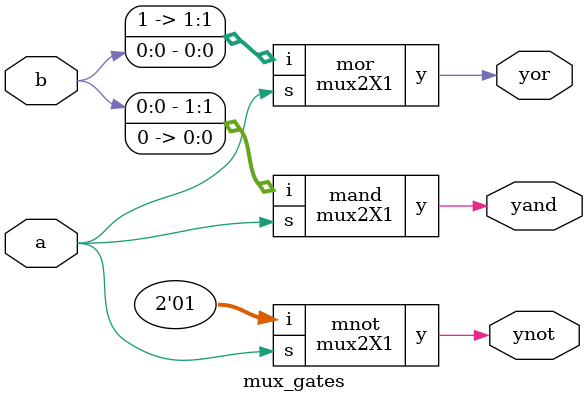
<source format=v>
module mux2X1(i,s,y);
input [1:0]i;
input s;
output y;

assign y = s?i[1]:i[0];

endmodule

module mux_gates(a,b,yand,yor,ynot);
input a,b;
output yand,yor,ynot;

mux2X1 mand({b,1'b0},a,yand); 
mux2X1 mor({1'b1,b},a,yor);
mux2X1 mnot({1'b0,1'b1},a,ynot);
endmodule
</source>
